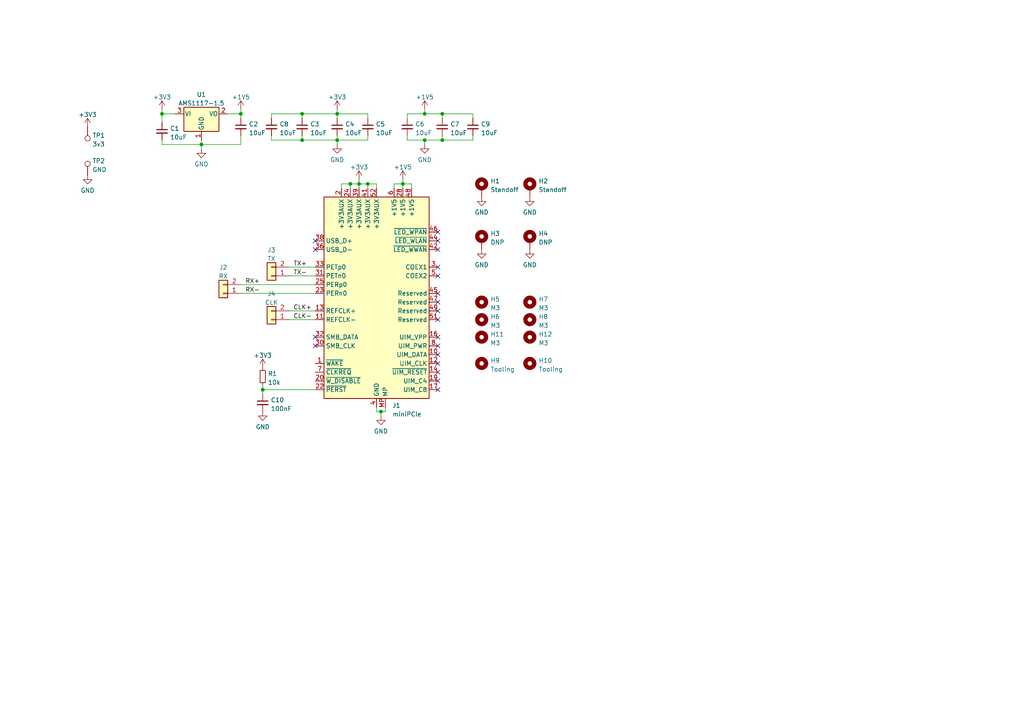
<source format=kicad_sch>
(kicad_sch (version 20230121) (generator eeschema)
  (paper "A4")
  (lib_symbols
    (symbol "Connector:Bus_PCI_Express_Mini"
      (property "Reference" "J" (at -16.51 31.75 0))
      (property "Value" "Bus_PCI_Express_Mini" (at 22.86 31.75 0))
      (symbol "Bus_PCI_Express_Mini_0_1"
        (rectangle (start -15.24 30.48) (end 15.24 -27.94) (stroke (width 0.254)) (fill (type background)))
      )
      (symbol "Bus_PCI_Express_Mini_1_1"
        (pin open_collector line (at -17.78 -17.78 0) (length 2.54) (name "~{WAKE}") (number "1"))
        (pin bidirectional line (at 17.78 -15.24 180) (length 2.54) (name "UIM_DATA") (number "10"))
        (pin input line (at -17.78 -5.08 0) (length 2.54) (name "REFCLK-") (number "11"))
        (pin output line (at 17.78 -17.78 180) (length 2.54) (name "UIM_CLK") (number "12"))
        (pin input line (at -17.78 -2.54 0) (length 2.54) (name "REFCLK+") (number "13"))
        (pin output line (at 17.78 -20.32 180) (length 2.54) (name "~{UIM_RESET}") (number "14"))
        (pin passive line (at 0 -30.48 90) (length 2.54) hide (name "GND") (number "15"))
        (pin power_out line (at 17.78 -10.16 180) (length 2.54) (name "UIM_VPP") (number "16"))
        (pin passive line (at 17.78 -25.4 180) (length 2.54) (name "UIM_C8") (number "17"))
        (pin passive line (at 0 -30.48 90) (length 2.54) hide (name "GND") (number "18"))
        (pin passive line (at 17.78 -22.86 180) (length 2.54) (name "UIM_C4") (number "19"))
        (pin power_in line (at -10.16 33.02 270) (length 2.54) (name "+3V3AUX") (number "2"))
        (pin input line (at -17.78 -22.86 0) (length 2.54) (name "~{W_DISABLE}") (number "20"))
        (pin passive line (at 0 -30.48 90) (length 2.54) hide (name "GND") (number "21"))
        (pin input line (at -17.78 -25.4 0) (length 2.54) (name "~{PERST}") (number "22"))
        (pin output line (at -17.78 2.54 0) (length 2.54) (name "PERn0") (number "23"))
        (pin power_in line (at -7.62 33.02 270) (length 2.54) (name "+3V3AUX") (number "24"))
        (pin output line (at -17.78 5.08 0) (length 2.54) (name "PERp0") (number "25"))
        (pin passive line (at 0 -30.48 90) (length 2.54) hide (name "GND") (number "26"))
        (pin passive line (at 0 -30.48 90) (length 2.54) hide (name "GND") (number "27"))
        (pin power_in line (at 7.62 33.02 270) (length 2.54) (name "+1V5") (number "28"))
        (pin passive line (at 0 -30.48 90) (length 2.54) hide (name "GND") (number "29"))
        (pin passive line (at 17.78 10.16 180) (length 2.54) (name "COEX1") (number "3"))
        (pin input line (at -17.78 -12.7 0) (length 2.54) (name "SMB_CLK") (number "30"))
        (pin input line (at -17.78 7.62 0) (length 2.54) (name "PETn0") (number "31"))
        (pin bidirectional line (at -17.78 -10.16 0) (length 2.54) (name "SMB_DATA") (number "32"))
        (pin input line (at -17.78 10.16 0) (length 2.54) (name "PETp0") (number "33"))
        (pin passive line (at 0 -30.48 90) (length 2.54) hide (name "GND") (number "34"))
        (pin passive line (at 0 -30.48 90) (length 2.54) hide (name "GND") (number "35"))
        (pin bidirectional line (at -17.78 15.24 0) (length 2.54) (name "USB_D-") (number "36"))
        (pin passive line (at 0 -30.48 90) (length 2.54) hide (name "GND") (number "37"))
        (pin bidirectional line (at -17.78 17.78 0) (length 2.54) (name "USB_D+") (number "38"))
        (pin power_in line (at -5.08 33.02 270) (length 2.54) (name "+3V3AUX") (number "39"))
        (pin power_in line (at 0 -30.48 90) (length 2.54) (name "GND") (number "4"))
        (pin passive line (at 0 -30.48 90) (length 2.54) hide (name "GND") (number "40"))
        (pin power_in line (at -2.54 33.02 270) (length 2.54) (name "+3V3AUX") (number "41"))
        (pin open_collector line (at 17.78 15.24 180) (length 2.54) (name "~{LED_WWAN}") (number "42"))
        (pin passive line (at 0 -30.48 90) (length 2.54) hide (name "GND") (number "43"))
        (pin open_collector line (at 17.78 17.78 180) (length 2.54) (name "~{LED_WLAN}") (number "44"))
        (pin passive line (at 17.78 2.54 180) (length 2.54) (name "Reserved") (number "45"))
        (pin open_collector line (at 17.78 20.32 180) (length 2.54) (name "~{LED_WPAN}") (number "46"))
        (pin passive line (at 17.78 0 180) (length 2.54) (name "Reserved") (number "47"))
        (pin power_in line (at 10.16 33.02 270) (length 2.54) (name "+1V5") (number "48"))
        (pin passive line (at 17.78 -2.54 180) (length 2.54) (name "Reserved") (number "49"))
        (pin passive line (at 17.78 7.62 180) (length 2.54) (name "COEX2") (number "5"))
        (pin passive line (at 0 -30.48 90) (length 2.54) hide (name "GND") (number "50"))
        (pin passive line (at 17.78 -5.08 180) (length 2.54) (name "Reserved") (number "51"))
        (pin power_in line (at 0 33.02 270) (length 2.54) (name "+3V3AUX") (number "52"))
        (pin power_in line (at 5.08 33.02 270) (length 2.54) (name "+1V5") (number "6"))
        (pin open_collector line (at -17.78 -20.32 0) (length 2.54) (name "~{CLKREQ}") (number "7"))
        (pin power_out line (at 17.78 -12.7 180) (length 2.54) (name "UIM_PWR") (number "8"))
        (pin passive line (at 0 -30.48 90) (length 2.54) hide (name "GND") (number "9"))
        (pin passive line (at 2.54 -30.48 90) (length 2.54) (name "MP") (number "MP"))
      )
    )
    (symbol "Connector:TestPoint" (pin_numbers hide) (pin_names (offset 0.762) hide)
      (property "Reference" "TP" (at 0 6.858 0))
      (property "Value" "TestPoint" (at 0 5.08 0))
      (symbol "TestPoint_0_1"
        (circle (center 0 3.302) (radius 0.762))
      )
      (symbol "TestPoint_1_1"
        (pin passive line (at 0 0 90) (length 2.54) (name "1") (number "1"))
      )
    )
    (symbol "Connector_Generic:Conn_01x02" (pin_names (offset 1.016) hide)
      (property "Reference" "J" (at 0 2.54 0))
      (property "Value" "Conn_01x02" (at 0 -5.08 0))
      (symbol "Conn_01x02_1_1"
        (rectangle (start -1.27 -2.413) (end 0 -2.667) (stroke (width 0.1524)))
        (rectangle (start -1.27 0.127) (end 0 -0.127) (stroke (width 0.1524)))
        (rectangle (start -1.27 1.27) (end 1.27 -3.81) (stroke (width 0.254)) (fill (type background)))
        (pin passive line (at -5.08 0 0) (length 3.81) (name "Pin_1") (number "1"))
        (pin passive line (at -5.08 -2.54 0) (length 3.81) (name "Pin_2") (number "2"))
      )
    )
    (symbol "Device:C_Small" (pin_numbers hide) (pin_names (offset 0.254) hide)
      (property "Reference" "C" (at 0.254 1.778 0))
      (property "Value" "C_Small" (at 0.254 -2.032 0))
      (symbol "C_Small_0_1"
        (polyline (pts (xy -1.524 -0.508) (xy 1.524 -0.508)) (stroke (width 0.3302)))
        (polyline (pts (xy -1.524 0.508) (xy 1.524 0.508)) (stroke (width 0.3048)))
      )
      (symbol "C_Small_1_1"
        (pin passive line (at 0 2.54 270) (length 2.032) (name "~") (number "1"))
        (pin passive line (at 0 -2.54 90) (length 2.032) (name "~") (number "2"))
      )
    )
    (symbol "Device:R_Small" (pin_numbers hide) (pin_names (offset 0.254) hide)
      (property "Reference" "R" (at 0.762 0.508 0))
      (property "Value" "R_Small" (at 0.762 -1.016 0))
      (symbol "R_Small_0_1"
        (rectangle (start -0.762 1.778) (end 0.762 -1.778) (stroke (width 0.2032)))
      )
      (symbol "R_Small_1_1"
        (pin passive line (at 0 2.54 270) (length 0.762) (name "~") (number "1"))
        (pin passive line (at 0 -2.54 90) (length 0.762) (name "~") (number "2"))
      )
    )
    (symbol "Mechanical:MountingHole" (pin_names (offset 1.016))
      (property "Reference" "H" (at 0 5.08 0))
      (property "Value" "MountingHole" (at 0 3.175 0))
      (symbol "MountingHole_0_1"
        (circle (center 0 0) (radius 1.27) (stroke (width 1.27)))
      )
    )
    (symbol "Mechanical:MountingHole_Pad" (pin_numbers hide) (pin_names (offset 1.016) hide)
      (property "Reference" "H" (at 0 6.35 0))
      (property "Value" "MountingHole_Pad" (at 0 4.445 0))
      (symbol "MountingHole_Pad_0_1"
        (circle (center 0 1.27) (radius 1.27) (stroke (width 1.27)))
      )
      (symbol "MountingHole_Pad_1_1"
        (pin input line (at 0 -2.54 90) (length 2.54) (name "1") (number "1"))
      )
    )
    (symbol "Regulator_Linear:AMS1117-1.5" (pin_names (offset 0.254))
      (property "Reference" "U" (at -3.81 3.175 0))
      (property "Value" "AMS1117-1.5" (at 0 3.175 0))
      (symbol "AMS1117-1.5_0_1"
        (rectangle (start -5.08 -5.08) (end 5.08 1.905) (stroke (width 0.254)) (fill (type background)))
      )
      (symbol "AMS1117-1.5_1_1"
        (pin power_in line (at 0 -7.62 90) (length 2.54) (name "GND") (number "1"))
        (pin power_out line (at 7.62 0 180) (length 2.54) (name "VO") (number "2"))
        (pin power_in line (at -7.62 0 0) (length 2.54) (name "VI") (number "3"))
      )
    )
    (symbol "power:+1V5" (power) (pin_names (offset 0))
      (property "Value" "+1V5" (at 0 3.556 0))
      (symbol "+1V5_0_1"
        (polyline (pts (xy -0.762 1.27) (xy 0 2.54)))
        (polyline (pts (xy 0 0) (xy 0 2.54)))
        (polyline (pts (xy 0 2.54) (xy 0.762 1.27)))
      )
      (symbol "+1V5_1_1"
        (pin power_in line (at 0 0 90) (length 0) hide (name "+1V5") (number "1"))
      )
    )
    (symbol "power:+3V3" (power) (pin_names (offset 0))
      (property "Value" "+3V3" (at 0 3.556 0))
      (symbol "+3V3_0_1"
        (polyline (pts (xy -0.762 1.27) (xy 0 2.54)))
        (polyline (pts (xy 0 0) (xy 0 2.54)))
        (polyline (pts (xy 0 2.54) (xy 0.762 1.27)))
      )
      (symbol "+3V3_1_1"
        (pin power_in line (at 0 0 90) (length 0) hide (name "+3V3") (number "1"))
      )
    )
    (symbol "power:GND" (power) (pin_names (offset 0))
      (property "Value" "GND" (at 0 -3.81 0))
      (symbol "GND_0_1"
        (polyline (pts (xy 0 0) (xy 0 -1.27) (xy 1.27 -1.27) (xy 0 -2.54) (xy -1.27 -1.27) (xy 0 -1.27)))
      )
      (symbol "GND_1_1"
        (pin power_in line (at 0 0 270) (length 0) hide (name "GND") (number "1"))
      )
    )
  )
  (junction (at 46.99 33.02))
  (junction (at 128.27 40.64))
  (junction (at 97.79 33.02))
  (junction (at 58.42 41.91))
  (junction (at 123.19 33.02))
  (junction (at 116.84 53.34))
  (junction (at 97.79 40.64))
  (junction (at 104.14 53.34))
  (junction (at 106.68 53.34))
  (junction (at 87.63 33.02))
  (junction (at 101.6 53.34))
  (junction (at 76.2 113.03))
  (junction (at 128.27 33.02))
  (junction (at 110.49 119.38))
  (junction (at 123.19 40.64))
  (junction (at 87.63 40.64))
  (junction (at 69.85 33.02))
  (no_connect (at 127 102.87))
  (no_connect (at 127 77.47))
  (no_connect (at 127 67.31))
  (no_connect (at 127 100.33))
  (no_connect (at 127 90.17))
  (no_connect (at 127 110.49))
  (no_connect (at 127 97.79))
  (no_connect (at 91.44 97.79))
  (no_connect (at 127 69.85))
  (no_connect (at 127 72.39))
  (no_connect (at 127 92.71))
  (no_connect (at 91.44 100.33))
  (no_connect (at 91.44 69.85))
  (no_connect (at 127 85.09))
  (no_connect (at 127 107.95))
  (no_connect (at 127 87.63))
  (no_connect (at 127 113.03))
  (no_connect (at 91.44 72.39))
  (no_connect (at 127 80.01))
  (no_connect (at 127 105.41))
  (wire (pts (xy 116.84 53.34) (xy 119.38 53.34)))
  (wire (pts (xy 83.82 92.71) (xy 91.44 92.71)))
  (wire (pts (xy 69.85 41.91) (xy 69.85 39.37)))
  (wire (pts (xy 106.68 33.02) (xy 106.68 34.29)))
  (wire (pts (xy 87.63 40.64) (xy 97.79 40.64)))
  (wire (pts (xy 106.68 53.34) (xy 106.68 54.61)))
  (wire (pts (xy 76.2 113.03) (xy 76.2 114.3)))
  (wire (pts (xy 111.76 119.38) (xy 110.49 119.38)))
  (wire (pts (xy 78.74 40.64) (xy 78.74 39.37)))
  (wire (pts (xy 99.06 54.61) (xy 99.06 53.34)))
  (wire (pts (xy 114.3 54.61) (xy 114.3 53.34)))
  (wire (pts (xy 97.79 40.64) (xy 97.79 41.91)))
  (wire (pts (xy 123.19 40.64) (xy 123.19 41.91)))
  (wire (pts (xy 97.79 31.75) (xy 97.79 33.02)))
  (wire (pts (xy 83.82 77.47) (xy 91.44 77.47)))
  (wire (pts (xy 123.19 40.64) (xy 128.27 40.64)))
  (wire (pts (xy 104.14 53.34) (xy 106.68 53.34)))
  (wire (pts (xy 78.74 33.02) (xy 78.74 34.29)))
  (wire (pts (xy 66.04 33.02) (xy 69.85 33.02)))
  (wire (pts (xy 104.14 53.34) (xy 104.14 54.61)))
  (wire (pts (xy 137.16 40.64) (xy 137.16 39.37)))
  (wire (pts (xy 128.27 40.64) (xy 137.16 40.64)))
  (wire (pts (xy 58.42 41.91) (xy 69.85 41.91)))
  (wire (pts (xy 46.99 33.02) (xy 46.99 35.56)))
  (wire (pts (xy 58.42 41.91) (xy 58.42 43.18)))
  (wire (pts (xy 123.19 31.75) (xy 123.19 33.02)))
  (wire (pts (xy 114.3 53.34) (xy 116.84 53.34)))
  (wire (pts (xy 111.76 118.11) (xy 111.76 119.38)))
  (wire (pts (xy 50.8 33.02) (xy 46.99 33.02)))
  (wire (pts (xy 76.2 111.76) (xy 76.2 113.03)))
  (wire (pts (xy 99.06 53.34) (xy 101.6 53.34)))
  (wire (pts (xy 83.82 90.17) (xy 91.44 90.17)))
  (wire (pts (xy 106.68 53.34) (xy 109.22 53.34)))
  (wire (pts (xy 76.2 113.03) (xy 91.44 113.03)))
  (wire (pts (xy 106.68 40.64) (xy 106.68 39.37)))
  (wire (pts (xy 116.84 52.07) (xy 116.84 53.34)))
  (wire (pts (xy 58.42 41.91) (xy 46.99 41.91)))
  (wire (pts (xy 97.79 33.02) (xy 106.68 33.02)))
  (wire (pts (xy 87.63 33.02) (xy 97.79 33.02)))
  (wire (pts (xy 83.82 80.01) (xy 91.44 80.01)))
  (wire (pts (xy 104.14 52.07) (xy 104.14 53.34)))
  (wire (pts (xy 101.6 53.34) (xy 101.6 54.61)))
  (wire (pts (xy 69.85 31.75) (xy 69.85 33.02)))
  (wire (pts (xy 118.11 33.02) (xy 118.11 34.29)))
  (wire (pts (xy 97.79 40.64) (xy 97.79 39.37)))
  (wire (pts (xy 97.79 40.64) (xy 106.68 40.64)))
  (wire (pts (xy 128.27 33.02) (xy 137.16 33.02)))
  (wire (pts (xy 87.63 33.02) (xy 78.74 33.02)))
  (wire (pts (xy 58.42 40.64) (xy 58.42 41.91)))
  (wire (pts (xy 123.19 33.02) (xy 118.11 33.02)))
  (wire (pts (xy 87.63 39.37) (xy 87.63 40.64)))
  (wire (pts (xy 128.27 40.64) (xy 128.27 39.37)))
  (wire (pts (xy 118.11 39.37) (xy 118.11 40.64)))
  (wire (pts (xy 87.63 33.02) (xy 87.63 34.29)))
  (wire (pts (xy 46.99 41.91) (xy 46.99 40.64)))
  (wire (pts (xy 110.49 119.38) (xy 110.49 120.65)))
  (wire (pts (xy 128.27 33.02) (xy 128.27 34.29)))
  (wire (pts (xy 116.84 53.34) (xy 116.84 54.61)))
  (wire (pts (xy 118.11 40.64) (xy 123.19 40.64)))
  (wire (pts (xy 97.79 33.02) (xy 97.79 34.29)))
  (wire (pts (xy 69.85 85.09) (xy 91.44 85.09)))
  (wire (pts (xy 87.63 40.64) (xy 78.74 40.64)))
  (wire (pts (xy 123.19 33.02) (xy 128.27 33.02)))
  (wire (pts (xy 101.6 53.34) (xy 104.14 53.34)))
  (wire (pts (xy 119.38 53.34) (xy 119.38 54.61)))
  (wire (pts (xy 69.85 33.02) (xy 69.85 34.29)))
  (wire (pts (xy 109.22 119.38) (xy 109.22 118.11)))
  (wire (pts (xy 137.16 33.02) (xy 137.16 34.29)))
  (wire (pts (xy 109.22 53.34) (xy 109.22 54.61)))
  (wire (pts (xy 110.49 119.38) (xy 109.22 119.38)))
  (wire (pts (xy 69.85 82.55) (xy 91.44 82.55)))
  (wire (pts (xy 46.99 31.75) (xy 46.99 33.02)))
  (label "TX+" (at 85.09 77.47 0))
  (label "CLK-" (at 85.09 92.71 0))
  (label "TX-" (at 85.09 80.01 0))
  (label "RX+" (at 71.12 82.55 0))
  (label "RX-" (at 71.12 85.09 0))
  (label "CLK+" (at 85.09 90.17 0))
  (symbol (lib_id "Device:C_Small") (at 46.99 38.1 0) (unit 1)
    (property "Reference" "C1" (at 49.3141 37.2716 0) (effects (justify left)))
    (property "Value" "10uF" (at 49.3141 39.8085 0) (effects (justify left)))
    (property "Footprint" "Capacitor_SMD:C_0402_1005Metric" (effects hide))
    (property "LCSC" "C15525" (effects hide))
  )
  (symbol (lib_id "power:+3V3") (at 97.79 31.75 0) (unit 1)
    (property "Reference" "#PWR0104" (effects hide))
    (property "Value" "+3V3" (at 97.79 28.1742 0))
  )
  (symbol (lib_id "power:GND") (at 139.7 57.15 0) (unit 1)
    (property "Reference" "#PWR0111" (effects hide))
    (property "Value" "GND" (at 139.7 61.5934 0))
  )
  (symbol (lib_id "Connector:Bus_PCI_Express_Mini") (at 109.22 87.63 0) (unit 1)
    (property "Reference" "J1" (at 113.7794 117.6004 0) (effects (justify left)))
    (property "Value" "miniPCIe" (at 113.7794 120.1373 0) (effects (justify left)))
    (property "Footprint" "Connector_PCBEdge:BUS_PCI_Express_Mini_Dual" (effects hide))
    (property "LCSC" "C444927" (effects hide))
  )
  (symbol (lib_id "Mechanical:MountingHole") (at 153.67 87.63 0) (unit 1)
    (property "Reference" "H7" (at 156.21 86.7953 0) (effects (justify left)))
    (property "Value" "M3" (at 156.21 89.3322 0) (effects (justify left)))
    (property "Footprint" "MountingHole:MountingHole_3.2mm_M3" (effects hide))
  )
  (symbol (lib_id "Mechanical:MountingHole") (at 139.7 87.63 0) (unit 1)
    (property "Reference" "H5" (at 142.24 86.7953 0) (effects (justify left)))
    (property "Value" "M3" (at 142.24 89.3322 0) (effects (justify left)))
    (property "Footprint" "MountingHole:MountingHole_3.2mm_M3" (effects hide))
  )
  (symbol (lib_id "Connector:TestPoint") (at 25.4 50.8 0) (unit 1)
    (property "Reference" "TP2" (at 26.797 46.6633 0) (effects (justify left)))
    (property "Value" "GND" (at 26.797 49.2002 0) (effects (justify left)))
    (property "Footprint" "TestPoint:TestPoint_Pad_2.0x2.0mm" (effects hide))
  )
  (symbol (lib_id "power:GND") (at 153.67 72.39 0) (unit 1)
    (property "Reference" "#PWR0114" (effects hide))
    (property "Value" "GND" (at 153.67 76.8334 0))
  )
  (symbol (lib_id "power:GND") (at 97.79 41.91 0) (unit 1)
    (property "Reference" "#PWR0103" (effects hide))
    (property "Value" "GND" (at 97.79 46.3534 0))
  )
  (symbol (lib_id "power:GND") (at 123.19 41.91 0) (unit 1)
    (property "Reference" "#PWR0106" (effects hide))
    (property "Value" "GND" (at 123.19 46.3534 0))
  )
  (symbol (lib_id "Connector_Generic:Conn_01x02") (at 78.74 80.01 180) (unit 1)
    (property "Reference" "J3" (at 78.74 72.5002 0))
    (property "Value" "TX" (at 78.74 75.0371 0))
    (property "Footprint" "Connector_Pad:Pad_1x02" (effects hide))
  )
  (symbol (lib_id "Mechanical:MountingHole_Pad") (at 153.67 54.61 0) (unit 1)
    (property "Reference" "H2" (at 156.21 52.5053 0) (effects (justify left)))
    (property "Value" "Standoff" (at 156.21 55.0422 0) (effects (justify left)))
    (property "Footprint" "Nut_Sinhoo:SMTSO25xx" (effects hide))
    (property "LCSC" "C2915631" (effects hide))
  )
  (symbol (lib_id "power:GND") (at 58.42 43.18 0) (unit 1)
    (property "Reference" "#PWR0109" (effects hide))
    (property "Value" "GND" (at 58.42 47.6234 0))
  )
  (symbol (lib_id "power:+3V3") (at 104.14 52.07 0) (unit 1)
    (property "Reference" "#PWR0102" (effects hide))
    (property "Value" "+3V3" (at 104.14 48.4942 0))
  )
  (symbol (lib_id "power:GND") (at 139.7 72.39 0) (unit 1)
    (property "Reference" "#PWR0113" (effects hide))
    (property "Value" "GND" (at 139.7 76.8334 0))
  )
  (symbol (lib_id "Device:C_Small") (at 69.85 36.83 0) (unit 1)
    (property "Reference" "C2" (at 72.1741 36.0016 0) (effects (justify left)))
    (property "Value" "10uF" (at 72.1741 38.5385 0) (effects (justify left)))
    (property "Footprint" "Capacitor_SMD:C_0402_1005Metric" (effects hide))
    (property "LCSC" "C15525" (effects hide))
  )
  (symbol (lib_id "Device:C_Small") (at 128.27 36.83 0) (unit 1)
    (property "Reference" "C7" (at 130.5941 36.0016 0) (effects (justify left)))
    (property "Value" "10uF" (at 130.5941 38.5385 0) (effects (justify left)))
    (property "Footprint" "Capacitor_SMD:C_0402_1005Metric" (effects hide))
    (property "LCSC" "C15525" (effects hide))
  )
  (symbol (lib_id "Regulator_Linear:AMS1117-1.5") (at 58.42 33.02 0) (unit 1)
    (property "Reference" "U1" (at 58.42 27.4152 0))
    (property "Value" "AMS1117-1.5" (at 58.42 29.9521 0))
    (property "Footprint" "Package_TO_SOT_SMD:SOT-223-3_TabPin2" (effects hide))
    (property "Datasheet" "http://www.advanced-monolithic.com/pdf/ds1117.pdf" (effects hide))
    (property "LCSC" "C347219" (effects hide))
  )
  (symbol (lib_id "Device:C_Small") (at 118.11 36.83 0) (unit 1)
    (property "Reference" "C6" (at 120.4341 36.0016 0) (effects (justify left)))
    (property "Value" "10uF" (at 120.4341 38.5385 0) (effects (justify left)))
    (property "Footprint" "Capacitor_SMD:C_0402_1005Metric" (effects hide))
    (property "LCSC" "C15525" (effects hide))
  )
  (symbol (lib_id "Device:R_Small") (at 76.2 109.22 0) (unit 1)
    (property "Reference" "R1" (at 77.6986 108.3853 0) (effects (justify left)))
    (property "Value" "10k" (at 77.6986 110.9222 0) (effects (justify left)))
    (property "Footprint" "Resistor_SMD:R_0402_1005Metric" (effects hide))
    (property "LCSC" "C25744" (effects hide))
  )
  (symbol (lib_id "Device:C_Small") (at 78.74 36.83 0) (unit 1)
    (property "Reference" "C8" (at 81.0641 36.0016 0) (effects (justify left)))
    (property "Value" "10uF" (at 81.0641 38.5385 0) (effects (justify left)))
    (property "Footprint" "Capacitor_SMD:C_0402_1005Metric" (effects hide))
    (property "LCSC" "C15525" (effects hide))
  )
  (symbol (lib_id "Mechanical:MountingHole_Pad") (at 139.7 54.61 0) (unit 1)
    (property "Reference" "H1" (at 142.24 52.5053 0) (effects (justify left)))
    (property "Value" "Standoff" (at 142.24 55.0422 0) (effects (justify left)))
    (property "Footprint" "Nut_Sinhoo:SMTSO25xx" (effects hide))
    (property "LCSC" "C2915631" (effects hide))
  )
  (symbol (lib_id "power:+1V5") (at 123.19 31.75 0) (unit 1)
    (property "Reference" "#PWR0107" (effects hide))
    (property "Value" "+1V5" (at 123.19 28.1742 0))
  )
  (symbol (lib_id "Mechanical:MountingHole") (at 139.7 92.71 0) (unit 1)
    (property "Reference" "H6" (at 142.24 91.8753 0) (effects (justify left)))
    (property "Value" "M3" (at 142.24 94.4122 0) (effects (justify left)))
    (property "Footprint" "MountingHole:MountingHole_3.2mm_M3" (effects hide))
  )
  (symbol (lib_id "Mechanical:MountingHole_Pad") (at 153.67 69.85 0) (unit 1)
    (property "Reference" "H4" (at 156.21 67.7453 0) (effects (justify left)))
    (property "Value" "DNP" (at 156.21 70.2822 0) (effects (justify left)))
    (property "Footprint" "Nut_Sinhoo:SMTSO25xx" (effects hide))
  )
  (symbol (lib_id "Mechanical:MountingHole") (at 153.67 105.41 0) (unit 1)
    (property "Reference" "H10" (at 156.21 104.5753 0) (effects (justify left)))
    (property "Value" "Tooling" (at 156.21 107.1122 0) (effects (justify left)))
    (property "Footprint" "ToolingHole:ToolingHole_JLCSMT" (effects hide))
  )
  (symbol (lib_id "power:+3V3") (at 25.4 36.83 0) (unit 1)
    (property "Reference" "#PWR0116" (effects hide))
    (property "Value" "+3V3" (at 25.4 33.2542 0))
  )
  (symbol (lib_id "power:GND") (at 25.4 50.8 0) (unit 1)
    (property "Reference" "#PWR0115" (effects hide))
    (property "Value" "GND" (at 25.4 55.2434 0))
  )
  (symbol (lib_id "Mechanical:MountingHole") (at 139.7 105.41 0) (unit 1)
    (property "Reference" "H9" (at 142.24 104.5753 0) (effects (justify left)))
    (property "Value" "Tooling" (at 142.24 107.1122 0) (effects (justify left)))
    (property "Footprint" "ToolingHole:ToolingHole_JLCSMT" (effects hide))
  )
  (symbol (lib_id "Mechanical:MountingHole") (at 153.67 92.71 0) (unit 1)
    (property "Reference" "H8" (at 156.21 91.8753 0) (effects (justify left)))
    (property "Value" "M3" (at 156.21 94.4122 0) (effects (justify left)))
    (property "Footprint" "MountingHole:MountingHole_3.2mm_M3" (effects hide))
  )
  (symbol (lib_id "Device:C_Small") (at 97.79 36.83 0) (unit 1)
    (property "Reference" "C4" (at 100.1141 36.0016 0) (effects (justify left)))
    (property "Value" "10uF" (at 100.1141 38.5385 0) (effects (justify left)))
    (property "Footprint" "Capacitor_SMD:C_0402_1005Metric" (effects hide))
    (property "LCSC" "C15525" (effects hide))
  )
  (symbol (lib_id "Device:C_Small") (at 76.2 116.84 0) (unit 1)
    (property "Reference" "C10" (at 78.5241 116.0116 0) (effects (justify left)))
    (property "Value" "100nF" (at 78.5241 118.5485 0) (effects (justify left)))
    (property "Footprint" "Capacitor_SMD:C_0402_1005Metric" (effects hide))
    (property "LCSC" "C1525" (effects hide))
  )
  (symbol (lib_id "power:GND") (at 110.49 120.65 0) (unit 1)
    (property "Reference" "#PWR0101" (effects hide))
    (property "Value" "GND" (at 110.49 125.0934 0))
  )
  (symbol (lib_id "power:GND") (at 76.2 119.38 0) (unit 1)
    (property "Reference" "#PWR0118" (effects hide))
    (property "Value" "GND" (at 76.2 123.8234 0))
  )
  (symbol (lib_id "power:+1V5") (at 116.84 52.07 0) (unit 1)
    (property "Reference" "#PWR0105" (effects hide))
    (property "Value" "+1V5" (at 116.84 48.4942 0))
  )
  (symbol (lib_id "Device:C_Small") (at 87.63 36.83 0) (unit 1)
    (property "Reference" "C3" (at 89.9541 36.0016 0) (effects (justify left)))
    (property "Value" "10uF" (at 89.9541 38.5385 0) (effects (justify left)))
    (property "Footprint" "Capacitor_SMD:C_0402_1005Metric" (effects hide))
    (property "LCSC" "C15525" (effects hide))
  )
  (symbol (lib_id "Device:C_Small") (at 137.16 36.83 0) (unit 1)
    (property "Reference" "C9" (at 139.4841 36.0016 0) (effects (justify left)))
    (property "Value" "10uF" (at 139.4841 38.5385 0) (effects (justify left)))
    (property "Footprint" "Capacitor_SMD:C_0402_1005Metric" (effects hide))
    (property "LCSC" "C15525" (effects hide))
  )
  (symbol (lib_id "Connector_Generic:Conn_01x02") (at 78.74 92.71 180) (unit 1)
    (property "Reference" "J4" (at 78.74 85.2002 0))
    (property "Value" "CLK" (at 78.74 87.7371 0))
    (property "Footprint" "Connector_Pad:Pad_1x02" (effects hide))
  )
  (symbol (lib_id "power:+1V5") (at 69.85 31.75 0) (unit 1)
    (property "Reference" "#PWR0108" (effects hide))
    (property "Value" "+1V5" (at 69.85 28.1742 0))
  )
  (symbol (lib_id "power:+3V3") (at 46.99 31.75 0) (unit 1)
    (property "Reference" "#PWR0110" (effects hide))
    (property "Value" "+3V3" (at 46.99 28.1742 0))
  )
  (symbol (lib_id "Connector:TestPoint") (at 25.4 36.83 180) (unit 1)
    (property "Reference" "TP1" (at 26.797 39.2973 0) (effects (justify right)))
    (property "Value" "3v3" (at 26.797 41.8342 0) (effects (justify right)))
    (property "Footprint" "TestPoint:TestPoint_Pad_2.0x2.0mm" (effects hide))
  )
  (symbol (lib_id "Mechanical:MountingHole") (at 153.67 97.79 0) (unit 1)
    (property "Reference" "H12" (at 156.21 96.9553 0) (effects (justify left)))
    (property "Value" "M3" (at 156.21 99.4922 0) (effects (justify left)))
    (property "Footprint" "MountingHole:MountingHole_3.2mm_M3" (effects hide))
  )
  (symbol (lib_id "Mechanical:MountingHole") (at 139.7 97.79 0) (unit 1)
    (property "Reference" "H11" (at 142.24 96.9553 0) (effects (justify left)))
    (property "Value" "M3" (at 142.24 99.4922 0) (effects (justify left)))
    (property "Footprint" "MountingHole:MountingHole_3.2mm_M3" (effects hide))
  )
  (symbol (lib_id "power:+3V3") (at 76.2 106.68 0) (unit 1)
    (property "Reference" "#PWR0117" (effects hide))
    (property "Value" "+3V3" (at 76.2 103.1042 0))
  )
  (symbol (lib_id "power:GND") (at 153.67 57.15 0) (unit 1)
    (property "Reference" "#PWR0112" (effects hide))
    (property "Value" "GND" (at 153.67 61.5934 0))
  )
  (symbol (lib_id "Mechanical:MountingHole_Pad") (at 139.7 69.85 0) (unit 1)
    (property "Reference" "H3" (at 142.24 67.7453 0) (effects (justify left)))
    (property "Value" "DNP" (at 142.24 70.2822 0) (effects (justify left)))
    (property "Footprint" "Nut_Sinhoo:SMTSO25xx" (effects hide))
  )
  (symbol (lib_id "Device:C_Small") (at 106.68 36.83 0) (unit 1)
    (property "Reference" "C5" (at 109.0041 36.0016 0) (effects (justify left)))
    (property "Value" "10uF" (at 109.0041 38.5385 0) (effects (justify left)))
    (property "Footprint" "Capacitor_SMD:C_0402_1005Metric" (effects hide))
    (property "LCSC" "C15525" (effects hide))
  )
  (symbol (lib_id "Connector_Generic:Conn_01x02") (at 64.77 85.09 180) (unit 1)
    (property "Reference" "J2" (at 64.77 77.5802 0))
    (property "Value" "RX" (at 64.77 80.1171 0))
    (property "Footprint" "Connector_Pad:Pad_1x02" (effects hide))
  )
)
</source>
